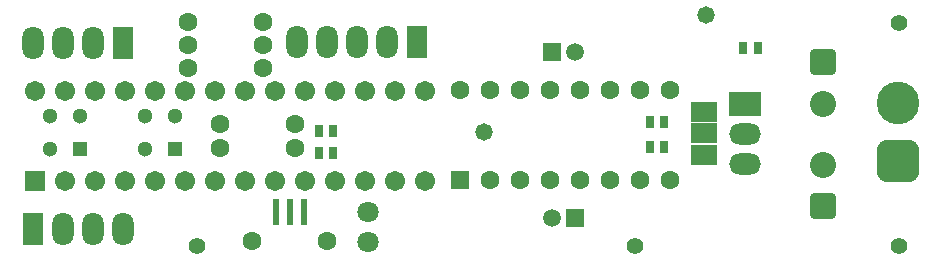
<source format=gts>
G04*
G04 #@! TF.GenerationSoftware,Altium Limited,Altium Designer,21.4.1 (30)*
G04*
G04 Layer_Color=8388736*
%FSLAX44Y44*%
%MOMM*%
G71*
G04*
G04 #@! TF.SameCoordinates,BDAD26CE-3B89-4697-9247-DFE5EB3C9538*
G04*
G04*
G04 #@! TF.FilePolarity,Negative*
G04*
G01*
G75*
G04:AMPARAMS|DCode=27|XSize=3.6032mm|YSize=3.6032mm|CornerRadius=0.9516mm|HoleSize=0mm|Usage=FLASHONLY|Rotation=0.000|XOffset=0mm|YOffset=0mm|HoleType=Round|Shape=RoundedRectangle|*
%AMROUNDEDRECTD27*
21,1,3.6032,1.7000,0,0,0.0*
21,1,1.7000,3.6032,0,0,0.0*
1,1,1.9032,0.8500,-0.8500*
1,1,1.9032,-0.8500,-0.8500*
1,1,1.9032,-0.8500,0.8500*
1,1,1.9032,0.8500,0.8500*
%
%ADD27ROUNDEDRECTD27*%
%ADD28C,3.6032*%
%ADD29R,0.8032X1.0532*%
%ADD30R,0.6032X2.2032*%
%ADD31R,2.2032X1.7032*%
%ADD32C,1.4032*%
%ADD33C,1.6002*%
%ADD34O,1.8032X2.8032*%
%ADD35R,1.8032X2.8032*%
%ADD36C,1.6032*%
%ADD37R,1.6032X1.6032*%
%ADD38C,1.5032*%
%ADD39R,1.5032X1.5032*%
%ADD40R,2.7032X2.0032*%
%ADD41O,2.7032X1.8032*%
G04:AMPARAMS|DCode=42|XSize=2.2032mm|YSize=2.2032mm|CornerRadius=0.3516mm|HoleSize=0mm|Usage=FLASHONLY|Rotation=270.000|XOffset=0mm|YOffset=0mm|HoleType=Round|Shape=RoundedRectangle|*
%AMROUNDEDRECTD42*
21,1,2.2032,1.5000,0,0,270.0*
21,1,1.5000,2.2032,0,0,270.0*
1,1,0.7032,-0.7500,-0.7500*
1,1,0.7032,-0.7500,0.7500*
1,1,0.7032,0.7500,0.7500*
1,1,0.7032,0.7500,-0.7500*
%
%ADD42ROUNDEDRECTD42*%
%ADD43C,2.2032*%
%ADD44C,1.7032*%
%ADD45R,1.7032X1.7032*%
%ADD46C,1.3000*%
%ADD47R,1.3000X1.3000*%
%ADD48C,1.8032*%
%ADD49C,1.4732*%
D27*
X1307084Y984526D02*
D03*
D28*
Y1033526D02*
D03*
D29*
X816484Y1010412D02*
D03*
X828928D02*
D03*
X816484Y991870D02*
D03*
X828928D02*
D03*
X1175993Y1080008D02*
D03*
X1188437D02*
D03*
X1096646Y996188D02*
D03*
X1109090D02*
D03*
X1096646Y1017524D02*
D03*
X1109090D02*
D03*
D30*
X804226Y941832D02*
D03*
X792226D02*
D03*
X780226D02*
D03*
D31*
X1142746Y1008033D02*
D03*
X1142492Y1026321D02*
D03*
Y989491D02*
D03*
D32*
X1307592Y1101852D02*
D03*
Y913130D02*
D03*
X1084326D02*
D03*
X713232D02*
D03*
D33*
X705866Y1063444D02*
D03*
X769366D02*
D03*
Y1082775D02*
D03*
X705866D02*
D03*
X769366Y1102106D02*
D03*
X705866D02*
D03*
X796036Y1016254D02*
D03*
X732536D02*
D03*
X796036Y995934D02*
D03*
X732536D02*
D03*
X759659Y916940D02*
D03*
X823158D02*
D03*
D34*
X798380Y1085280D02*
D03*
X823780D02*
D03*
X849180D02*
D03*
X874580D02*
D03*
X574796Y1084980D02*
D03*
X600196D02*
D03*
X625596D02*
D03*
X650896Y927354D02*
D03*
X625496D02*
D03*
X600096D02*
D03*
D35*
X899980Y1085280D02*
D03*
X650996Y1084980D02*
D03*
X574696Y927354D02*
D03*
D36*
X1114044Y1044440D02*
D03*
X1088644D02*
D03*
X1063244D02*
D03*
X1037844D02*
D03*
X1012444D02*
D03*
X987044D02*
D03*
X961644D02*
D03*
X936244D02*
D03*
X1114044Y968240D02*
D03*
X1088644D02*
D03*
X1063244D02*
D03*
X1037844D02*
D03*
X1012444D02*
D03*
X987044D02*
D03*
X961644D02*
D03*
D37*
X936244D02*
D03*
D38*
X1013694Y936244D02*
D03*
X1033694Y1076631D02*
D03*
D39*
X1033694Y936244D02*
D03*
X1013694Y1076631D02*
D03*
D40*
X1177544Y1033018D02*
D03*
D41*
Y1007618D02*
D03*
Y982218D02*
D03*
D42*
X1243330Y1068324D02*
D03*
X1243812Y946176D02*
D03*
D43*
X1243330Y1033324D02*
D03*
X1243812Y981176D02*
D03*
D44*
X906780Y1043940D02*
D03*
X881380D02*
D03*
X855980D02*
D03*
X830580D02*
D03*
X805180D02*
D03*
X779780D02*
D03*
X754380D02*
D03*
X728980D02*
D03*
X703580D02*
D03*
X678180D02*
D03*
X652780D02*
D03*
X627380D02*
D03*
X601980D02*
D03*
X576580D02*
D03*
X906780Y967740D02*
D03*
X881380D02*
D03*
X855980D02*
D03*
X830580D02*
D03*
X805180D02*
D03*
X779780D02*
D03*
X754380D02*
D03*
X728980D02*
D03*
X703580D02*
D03*
X678180D02*
D03*
X652780D02*
D03*
X627380D02*
D03*
X601980D02*
D03*
D45*
X576580D02*
D03*
D46*
X669798Y1023090D02*
D03*
Y995090D02*
D03*
X695198Y1023090D02*
D03*
X588772D02*
D03*
Y995090D02*
D03*
X614172Y1023090D02*
D03*
D47*
X695198Y995090D02*
D03*
X614172D02*
D03*
D48*
X858520Y941578D02*
D03*
Y916178D02*
D03*
D49*
X956056Y1009396D02*
D03*
X1144199Y1108273D02*
D03*
M02*

</source>
